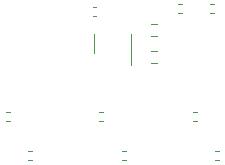
<source format=gbr>
%TF.GenerationSoftware,KiCad,Pcbnew,7.0.5*%
%TF.CreationDate,2023-06-05T00:45:25-04:00*%
%TF.ProjectId,BURNING_R,4255524e-494e-4475-9f52-2e6b69636164,rev?*%
%TF.SameCoordinates,Original*%
%TF.FileFunction,Legend,Bot*%
%TF.FilePolarity,Positive*%
%FSLAX46Y46*%
G04 Gerber Fmt 4.6, Leading zero omitted, Abs format (unit mm)*
G04 Created by KiCad (PCBNEW 7.0.5) date 2023-06-05 00:45:25*
%MOMM*%
%LPD*%
G01*
G04 APERTURE LIST*
%ADD10C,0.120000*%
G04 APERTURE END LIST*
D10*
%TO.C,R4*%
X153092379Y-89018621D02*
X153427621Y-89018621D01*
X153092379Y-89778621D02*
X153427621Y-89778621D01*
%TO.C,R9*%
X156567621Y-102228621D02*
X156232379Y-102228621D01*
X156567621Y-101468621D02*
X156232379Y-101468621D01*
%TO.C,R8*%
X138880121Y-98928621D02*
X138544879Y-98928621D01*
X138880121Y-98168621D02*
X138544879Y-98168621D01*
%TO.C,R5*%
X155792379Y-89018621D02*
X156127621Y-89018621D01*
X155792379Y-89778621D02*
X156127621Y-89778621D01*
%TO.C,R1*%
X151294724Y-91721121D02*
X150785276Y-91721121D01*
X151294724Y-90676121D02*
X150785276Y-90676121D01*
%TO.C,C4*%
X146155835Y-89978621D02*
X145924165Y-89978621D01*
X146155835Y-89258621D02*
X145924165Y-89258621D01*
%TO.C,R10*%
X148667621Y-102228621D02*
X148332379Y-102228621D01*
X148667621Y-101468621D02*
X148332379Y-101468621D01*
%TO.C,R11*%
X140767621Y-102228621D02*
X140432379Y-102228621D01*
X140767621Y-101468621D02*
X140432379Y-101468621D01*
%TO.C,R2*%
X150785276Y-92966121D02*
X151294724Y-92966121D01*
X150785276Y-94011121D02*
X151294724Y-94011121D01*
%TO.C,U2*%
X145990000Y-92348621D02*
X145990000Y-93148621D01*
X145990000Y-92348621D02*
X145990000Y-91548621D01*
X149110000Y-92348621D02*
X149110000Y-94148621D01*
X149110000Y-92348621D02*
X149110000Y-91548621D01*
%TO.C,R7*%
X146780121Y-98928621D02*
X146444879Y-98928621D01*
X146780121Y-98168621D02*
X146444879Y-98168621D01*
%TO.C,R6*%
X154680121Y-98928621D02*
X154344879Y-98928621D01*
X154680121Y-98168621D02*
X154344879Y-98168621D01*
%TD*%
M02*

</source>
